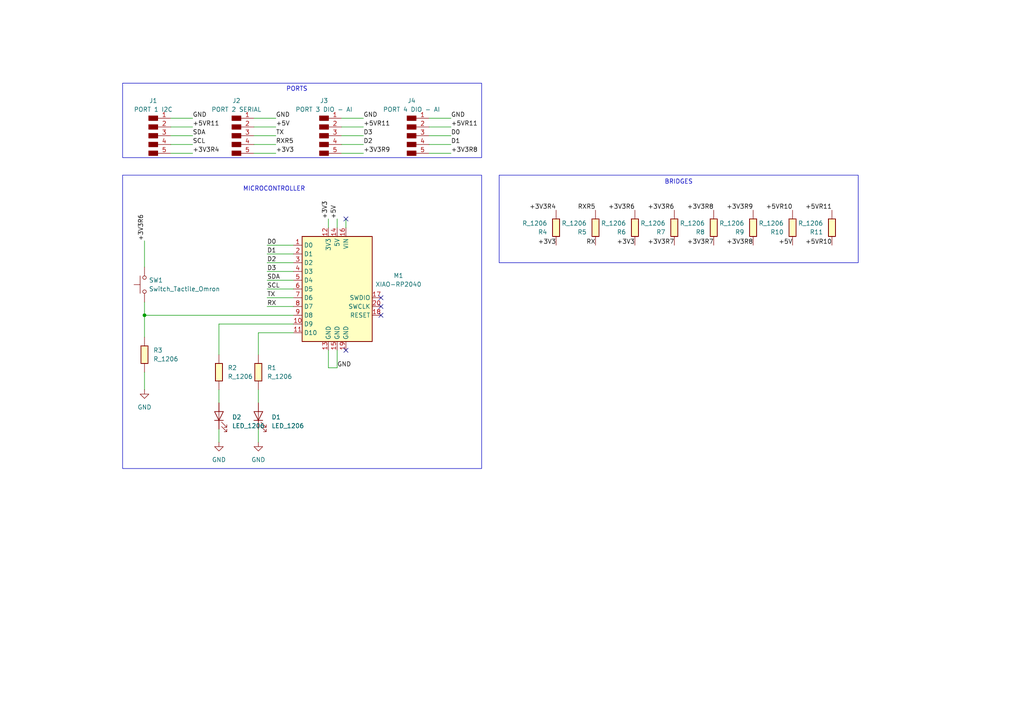
<source format=kicad_sch>
(kicad_sch
	(version 20250114)
	(generator "eeschema")
	(generator_version "9.0")
	(uuid "3e3af5b3-4c57-4ce6-8132-615ca9954dfa")
	(paper "A4")
	(title_block
		(title "RP2040 BOARD")
		(rev "0")
		(company "Andrés Felipe Guarnizo Saavedra - FABLAB_COLOMBIA")
		(comment 1 "Designed by the guidance of Professor Ulysses.")
	)
	(lib_symbols
		(symbol "fab:LED_1206"
			(pin_numbers
				(hide yes)
			)
			(pin_names
				(offset 1.016)
				(hide yes)
			)
			(exclude_from_sim no)
			(in_bom yes)
			(on_board yes)
			(property "Reference" "D"
				(at 0 2.54 0)
				(effects
					(font
						(size 1.27 1.27)
					)
				)
			)
			(property "Value" "LED_1206"
				(at 0 -2.54 0)
				(effects
					(font
						(size 1.27 1.27)
					)
				)
			)
			(property "Footprint" "fab:LED_1206"
				(at 0 0 0)
				(effects
					(font
						(size 1.27 1.27)
					)
					(hide yes)
				)
			)
			(property "Datasheet" "https://optoelectronics.liteon.com/upload/download/DS-22-98-0002/LTST-C150CKT.pdf"
				(at 0 0 0)
				(effects
					(font
						(size 1.27 1.27)
					)
					(hide yes)
				)
			)
			(property "Description" "Light emitting diode, Lite-On Inc. LTST, SMD"
				(at 0 0 0)
				(effects
					(font
						(size 1.27 1.27)
					)
					(hide yes)
				)
			)
			(property "ki_keywords" "LED diode 1206 SML-LX1206IC-TR SML-LX1206GC-TR 5988230107F 150120BS75000 QBLP650-IW HIR11-21C/L11/TR8"
				(at 0 0 0)
				(effects
					(font
						(size 1.27 1.27)
					)
					(hide yes)
				)
			)
			(property "ki_fp_filters" "*LED*1206*"
				(at 0 0 0)
				(effects
					(font
						(size 1.27 1.27)
					)
					(hide yes)
				)
			)
			(symbol "LED_1206_0_1"
				(polyline
					(pts
						(xy -3.048 -0.762) (xy -4.572 -2.286) (xy -3.81 -2.286) (xy -4.572 -2.286) (xy -4.572 -1.524)
					)
					(stroke
						(width 0)
						(type default)
					)
					(fill
						(type none)
					)
				)
				(polyline
					(pts
						(xy -1.778 -0.762) (xy -3.302 -2.286) (xy -2.54 -2.286) (xy -3.302 -2.286) (xy -3.302 -1.524)
					)
					(stroke
						(width 0)
						(type default)
					)
					(fill
						(type none)
					)
				)
				(polyline
					(pts
						(xy -1.27 0) (xy 1.27 0)
					)
					(stroke
						(width 0)
						(type default)
					)
					(fill
						(type none)
					)
				)
				(polyline
					(pts
						(xy -1.27 -1.27) (xy -1.27 1.27)
					)
					(stroke
						(width 0.2032)
						(type default)
					)
					(fill
						(type none)
					)
				)
				(polyline
					(pts
						(xy 1.27 -1.27) (xy 1.27 1.27) (xy -1.27 0) (xy 1.27 -1.27)
					)
					(stroke
						(width 0.2032)
						(type default)
					)
					(fill
						(type none)
					)
				)
			)
			(symbol "LED_1206_1_1"
				(pin passive line
					(at -3.81 0 0)
					(length 2.54)
					(name "K"
						(effects
							(font
								(size 1.27 1.27)
							)
						)
					)
					(number "1"
						(effects
							(font
								(size 1.27 1.27)
							)
						)
					)
				)
				(pin passive line
					(at 3.81 0 180)
					(length 2.54)
					(name "A"
						(effects
							(font
								(size 1.27 1.27)
							)
						)
					)
					(number "2"
						(effects
							(font
								(size 1.27 1.27)
							)
						)
					)
				)
			)
			(embedded_fonts no)
		)
		(symbol "fab:Module_XIAO-RP2040"
			(exclude_from_sim no)
			(in_bom yes)
			(on_board yes)
			(property "Reference" "M"
				(at -10.16 16.51 0)
				(effects
					(font
						(size 1.27 1.27)
					)
					(justify left)
				)
			)
			(property "Value" "Module_XIAO-RP2040"
				(at 3.81 16.51 0)
				(effects
					(font
						(size 1.27 1.27)
					)
					(justify left)
				)
			)
			(property "Footprint" "fab:SeeedStudio_XIAO_RP2040"
				(at 0 0 0)
				(effects
					(font
						(size 1.27 1.27)
					)
					(hide yes)
				)
			)
			(property "Datasheet" "https://wiki.seeedstudio.com/XIAO-RP2040/"
				(at 0 0 0)
				(effects
					(font
						(size 1.27 1.27)
					)
					(hide yes)
				)
			)
			(property "Description" "RP2040 XIAO RP2040 - ARM® Cortex®-M0+ MCU 32-Bit Embedded Evaluation Board"
				(at 0 0 0)
				(effects
					(font
						(size 1.27 1.27)
					)
					(hide yes)
				)
			)
			(property "ki_keywords" "XIAO RP2040 102010428"
				(at 0 0 0)
				(effects
					(font
						(size 1.27 1.27)
					)
					(hide yes)
				)
			)
			(property "ki_fp_filters" "*SeeedStudio?XIAO?RP2040*"
				(at 0 0 0)
				(effects
					(font
						(size 1.27 1.27)
					)
					(hide yes)
				)
			)
			(symbol "Module_XIAO-RP2040_1_1"
				(rectangle
					(start -10.16 15.24)
					(end 10.16 -15.24)
					(stroke
						(width 0.254)
						(type default)
					)
					(fill
						(type background)
					)
				)
				(pin bidirectional line
					(at -12.7 12.7 0)
					(length 2.54)
					(name "D0"
						(effects
							(font
								(size 1.27 1.27)
							)
						)
					)
					(number "1"
						(effects
							(font
								(size 1.27 1.27)
							)
						)
					)
				)
				(pin bidirectional line
					(at -12.7 10.16 0)
					(length 2.54)
					(name "D1"
						(effects
							(font
								(size 1.27 1.27)
							)
						)
					)
					(number "2"
						(effects
							(font
								(size 1.27 1.27)
							)
						)
					)
				)
				(pin bidirectional line
					(at -12.7 7.62 0)
					(length 2.54)
					(name "D2"
						(effects
							(font
								(size 1.27 1.27)
							)
						)
					)
					(number "3"
						(effects
							(font
								(size 1.27 1.27)
							)
						)
					)
				)
				(pin bidirectional line
					(at -12.7 5.08 0)
					(length 2.54)
					(name "D3"
						(effects
							(font
								(size 1.27 1.27)
							)
						)
					)
					(number "4"
						(effects
							(font
								(size 1.27 1.27)
							)
						)
					)
				)
				(pin bidirectional line
					(at -12.7 2.54 0)
					(length 2.54)
					(name "D4"
						(effects
							(font
								(size 1.27 1.27)
							)
						)
					)
					(number "5"
						(effects
							(font
								(size 1.27 1.27)
							)
						)
					)
				)
				(pin bidirectional line
					(at -12.7 0 0)
					(length 2.54)
					(name "D5"
						(effects
							(font
								(size 1.27 1.27)
							)
						)
					)
					(number "6"
						(effects
							(font
								(size 1.27 1.27)
							)
						)
					)
				)
				(pin bidirectional line
					(at -12.7 -2.54 0)
					(length 2.54)
					(name "D6"
						(effects
							(font
								(size 1.27 1.27)
							)
						)
					)
					(number "7"
						(effects
							(font
								(size 1.27 1.27)
							)
						)
					)
				)
				(pin bidirectional line
					(at -12.7 -5.08 0)
					(length 2.54)
					(name "D7"
						(effects
							(font
								(size 1.27 1.27)
							)
						)
					)
					(number "8"
						(effects
							(font
								(size 1.27 1.27)
							)
						)
					)
				)
				(pin bidirectional line
					(at -12.7 -7.62 0)
					(length 2.54)
					(name "D8"
						(effects
							(font
								(size 1.27 1.27)
							)
						)
					)
					(number "9"
						(effects
							(font
								(size 1.27 1.27)
							)
						)
					)
				)
				(pin bidirectional line
					(at -12.7 -10.16 0)
					(length 2.54)
					(name "D9"
						(effects
							(font
								(size 1.27 1.27)
							)
						)
					)
					(number "10"
						(effects
							(font
								(size 1.27 1.27)
							)
						)
					)
				)
				(pin bidirectional line
					(at -12.7 -12.7 0)
					(length 2.54)
					(name "D10"
						(effects
							(font
								(size 1.27 1.27)
							)
						)
					)
					(number "11"
						(effects
							(font
								(size 1.27 1.27)
							)
						)
					)
				)
				(pin power_in line
					(at -2.54 17.78 270)
					(length 2.54)
					(name "3V3"
						(effects
							(font
								(size 1.27 1.27)
							)
						)
					)
					(number "12"
						(effects
							(font
								(size 1.27 1.27)
							)
						)
					)
				)
				(pin power_in line
					(at -2.54 -17.78 90)
					(length 2.54)
					(name "GND"
						(effects
							(font
								(size 1.27 1.27)
							)
						)
					)
					(number "13"
						(effects
							(font
								(size 1.27 1.27)
							)
						)
					)
				)
				(pin power_in line
					(at 0 17.78 270)
					(length 2.54)
					(name "5V"
						(effects
							(font
								(size 1.27 1.27)
							)
						)
					)
					(number "14"
						(effects
							(font
								(size 1.27 1.27)
							)
						)
					)
				)
				(pin power_in line
					(at 0 -17.78 90)
					(length 2.54)
					(name "GND"
						(effects
							(font
								(size 1.27 1.27)
							)
						)
					)
					(number "15"
						(effects
							(font
								(size 1.27 1.27)
							)
						)
					)
				)
				(pin power_in line
					(at 2.54 17.78 270)
					(length 2.54)
					(name "VIN"
						(effects
							(font
								(size 1.27 1.27)
							)
						)
					)
					(number "16"
						(effects
							(font
								(size 1.27 1.27)
							)
						)
					)
				)
				(pin power_in line
					(at 2.54 -17.78 90)
					(length 2.54)
					(name "GND"
						(effects
							(font
								(size 1.27 1.27)
							)
						)
					)
					(number "19"
						(effects
							(font
								(size 1.27 1.27)
							)
						)
					)
				)
				(pin bidirectional line
					(at 12.7 -2.54 180)
					(length 2.54)
					(name "SWDIO"
						(effects
							(font
								(size 1.27 1.27)
							)
						)
					)
					(number "17"
						(effects
							(font
								(size 1.27 1.27)
							)
						)
					)
				)
				(pin input line
					(at 12.7 -5.08 180)
					(length 2.54)
					(name "SWCLK"
						(effects
							(font
								(size 1.27 1.27)
							)
						)
					)
					(number "20"
						(effects
							(font
								(size 1.27 1.27)
							)
						)
					)
				)
				(pin input line
					(at 12.7 -7.62 180)
					(length 2.54)
					(name "RESET"
						(effects
							(font
								(size 1.27 1.27)
							)
						)
					)
					(number "18"
						(effects
							(font
								(size 1.27 1.27)
							)
						)
					)
				)
			)
			(embedded_fonts no)
		)
		(symbol "fab:PinHeader_01x05_P2.54mm_Horizontal_SMD"
			(pin_names
				(hide yes)
			)
			(exclude_from_sim no)
			(in_bom yes)
			(on_board yes)
			(property "Reference" "J"
				(at 0 7.62 0)
				(effects
					(font
						(size 1.27 1.27)
					)
				)
			)
			(property "Value" "PinHeader_01x05_P2.54mm_Horizontal_SMD"
				(at 0 -7.62 0)
				(effects
					(font
						(size 1.27 1.27)
					)
				)
			)
			(property "Footprint" "fab:PinHeader_01x05_P2.54mm_Horizontal_SMD"
				(at 0 0 0)
				(effects
					(font
						(size 1.27 1.27)
					)
					(hide yes)
				)
			)
			(property "Datasheet" "~"
				(at 0 0 0)
				(effects
					(font
						(size 1.27 1.27)
					)
					(hide yes)
				)
			)
			(property "Description" "Male connector, single row"
				(at 0 0 0)
				(effects
					(font
						(size 1.27 1.27)
					)
					(hide yes)
				)
			)
			(property "ki_keywords" "single row male connector"
				(at 0 0 0)
				(effects
					(font
						(size 1.27 1.27)
					)
					(hide yes)
				)
			)
			(property "ki_fp_filters" "*PinHeader*1x05*"
				(at 0 0 0)
				(effects
					(font
						(size 1.27 1.27)
					)
					(hide yes)
				)
			)
			(symbol "PinHeader_01x05_P2.54mm_Horizontal_SMD_1_1"
				(rectangle
					(start -1.27 5.715)
					(end 1.27 4.445)
					(stroke
						(width 0.254)
						(type default)
					)
					(fill
						(type outline)
					)
				)
				(rectangle
					(start -1.27 3.175)
					(end 1.27 1.905)
					(stroke
						(width 0.254)
						(type default)
					)
					(fill
						(type outline)
					)
				)
				(rectangle
					(start -1.27 0.635)
					(end 1.27 -0.635)
					(stroke
						(width 0.254)
						(type default)
					)
					(fill
						(type outline)
					)
				)
				(rectangle
					(start -1.27 -1.905)
					(end 1.27 -3.175)
					(stroke
						(width 0.254)
						(type default)
					)
					(fill
						(type outline)
					)
				)
				(rectangle
					(start -1.27 -4.445)
					(end 1.27 -5.715)
					(stroke
						(width 0.254)
						(type default)
					)
					(fill
						(type outline)
					)
				)
				(pin passive line
					(at 5.08 5.08 180)
					(length 3.81)
					(name "Pin_1"
						(effects
							(font
								(size 1.27 1.27)
							)
						)
					)
					(number "1"
						(effects
							(font
								(size 1.27 1.27)
							)
						)
					)
				)
				(pin passive line
					(at 5.08 2.54 180)
					(length 3.81)
					(name "Pin_2"
						(effects
							(font
								(size 1.27 1.27)
							)
						)
					)
					(number "2"
						(effects
							(font
								(size 1.27 1.27)
							)
						)
					)
				)
				(pin passive line
					(at 5.08 0 180)
					(length 3.81)
					(name "Pin_3"
						(effects
							(font
								(size 1.27 1.27)
							)
						)
					)
					(number "3"
						(effects
							(font
								(size 1.27 1.27)
							)
						)
					)
				)
				(pin passive line
					(at 5.08 -2.54 180)
					(length 3.81)
					(name "Pin_4"
						(effects
							(font
								(size 1.27 1.27)
							)
						)
					)
					(number "4"
						(effects
							(font
								(size 1.27 1.27)
							)
						)
					)
				)
				(pin passive line
					(at 5.08 -5.08 180)
					(length 3.81)
					(name "Pin_5"
						(effects
							(font
								(size 1.27 1.27)
							)
						)
					)
					(number "5"
						(effects
							(font
								(size 1.27 1.27)
							)
						)
					)
				)
			)
			(embedded_fonts no)
		)
		(symbol "fab:R_1206"
			(pin_numbers
				(hide yes)
			)
			(pin_names
				(offset 0)
			)
			(exclude_from_sim no)
			(in_bom yes)
			(on_board yes)
			(property "Reference" "R"
				(at 2.54 0 90)
				(effects
					(font
						(size 1.27 1.27)
					)
				)
			)
			(property "Value" "R_1206"
				(at -2.54 0 90)
				(effects
					(font
						(size 1.27 1.27)
					)
				)
			)
			(property "Footprint" "fab:R_1206"
				(at 0 0 90)
				(effects
					(font
						(size 1.27 1.27)
					)
					(hide yes)
				)
			)
			(property "Datasheet" "~"
				(at 0 0 0)
				(effects
					(font
						(size 1.27 1.27)
					)
					(hide yes)
				)
			)
			(property "Description" "Resistor"
				(at 0 0 0)
				(effects
					(font
						(size 1.27 1.27)
					)
					(hide yes)
				)
			)
			(property "ki_keywords" "R res resistor RC1206FR-074M99L RC1206FR-07499KL RC1206FR-0749K9L RC1206FR-0749R9L RC1206FR-074R99L ERJ-8BWJR100V RC1206FR-070RL RC1206FR-071RL RC1206FR-0710RL RC1206FR-07100RL RC1206FR-07499RL RC1206FR-071KL RC1206FR-074K99L RC1206FR-0710KL RC1206FR-07100KL RC1206FR-071ML RC1206FR-0710ML PT1206FR-070R1L"
				(at 0 0 0)
				(effects
					(font
						(size 1.27 1.27)
					)
					(hide yes)
				)
			)
			(property "ki_fp_filters" "*R*1206*"
				(at 0 0 0)
				(effects
					(font
						(size 1.27 1.27)
					)
					(hide yes)
				)
			)
			(symbol "R_1206_0_1"
				(rectangle
					(start -1.016 -2.54)
					(end 1.016 2.54)
					(stroke
						(width 0.254)
						(type default)
					)
					(fill
						(type background)
					)
				)
			)
			(symbol "R_1206_1_1"
				(pin passive line
					(at 0 5.08 270)
					(length 2.54)
					(name "~"
						(effects
							(font
								(size 1.27 1.27)
							)
						)
					)
					(number "1"
						(effects
							(font
								(size 1.27 1.27)
							)
						)
					)
				)
				(pin passive line
					(at 0 -5.08 90)
					(length 2.54)
					(name "~"
						(effects
							(font
								(size 1.27 1.27)
							)
						)
					)
					(number "2"
						(effects
							(font
								(size 1.27 1.27)
							)
						)
					)
				)
			)
			(embedded_fonts no)
		)
		(symbol "fab:Switch_Tactile_Omron"
			(pin_numbers
				(hide yes)
			)
			(pin_names
				(offset 1.016)
				(hide yes)
			)
			(exclude_from_sim no)
			(in_bom yes)
			(on_board yes)
			(property "Reference" "SW"
				(at 1.27 2.54 0)
				(effects
					(font
						(size 1.27 1.27)
					)
					(justify left)
				)
			)
			(property "Value" "Switch_Tactile_Omron"
				(at 0 -1.524 0)
				(effects
					(font
						(size 1.27 1.27)
					)
				)
			)
			(property "Footprint" "fab:Button_Omron_B3SN_6.0x6.0mm"
				(at 0 0 0)
				(effects
					(font
						(size 1.27 1.27)
					)
					(hide yes)
				)
			)
			(property "Datasheet" "https://omronfs.omron.com/en_US/ecb/products/pdf/en-b3sn.pdf"
				(at 0 0 0)
				(effects
					(font
						(size 1.27 1.27)
					)
					(hide yes)
				)
			)
			(property "Description" "Push button switch, Omron, B3SN, Sealed Tactile Switch (SMT), SPST-NO Top Actuated Surface Mount"
				(at 0 0 0)
				(effects
					(font
						(size 1.27 1.27)
					)
					(hide yes)
				)
			)
			(property "ki_keywords" "switch normally-open pushbutton push-button button tactile spst single pole single throw B3SN-3112P"
				(at 0 0 0)
				(effects
					(font
						(size 1.27 1.27)
					)
					(hide yes)
				)
			)
			(property "ki_fp_filters" "*Button*"
				(at 0 0 0)
				(effects
					(font
						(size 1.27 1.27)
					)
					(hide yes)
				)
			)
			(symbol "Switch_Tactile_Omron_0_1"
				(circle
					(center -2.032 0)
					(radius 0.508)
					(stroke
						(width 0)
						(type default)
					)
					(fill
						(type none)
					)
				)
				(polyline
					(pts
						(xy 0 1.27) (xy 0 3.048)
					)
					(stroke
						(width 0)
						(type default)
					)
					(fill
						(type none)
					)
				)
				(circle
					(center 2.032 0)
					(radius 0.508)
					(stroke
						(width 0)
						(type default)
					)
					(fill
						(type none)
					)
				)
				(polyline
					(pts
						(xy 2.54 1.27) (xy -2.54 1.27)
					)
					(stroke
						(width 0)
						(type default)
					)
					(fill
						(type none)
					)
				)
				(pin passive line
					(at -5.08 0 0)
					(length 2.54)
					(name "1"
						(effects
							(font
								(size 1.27 1.27)
							)
						)
					)
					(number "1"
						(effects
							(font
								(size 1.27 1.27)
							)
						)
					)
				)
				(pin passive line
					(at 5.08 0 180)
					(length 2.54)
					(name "2"
						(effects
							(font
								(size 1.27 1.27)
							)
						)
					)
					(number "2"
						(effects
							(font
								(size 1.27 1.27)
							)
						)
					)
				)
			)
			(embedded_fonts no)
		)
		(symbol "power:GND"
			(power)
			(pin_numbers
				(hide yes)
			)
			(pin_names
				(offset 0)
				(hide yes)
			)
			(exclude_from_sim no)
			(in_bom yes)
			(on_board yes)
			(property "Reference" "#PWR"
				(at 0 -6.35 0)
				(effects
					(font
						(size 1.27 1.27)
					)
					(hide yes)
				)
			)
			(property "Value" "GND"
				(at 0 -3.81 0)
				(effects
					(font
						(size 1.27 1.27)
					)
				)
			)
			(property "Footprint" ""
				(at 0 0 0)
				(effects
					(font
						(size 1.27 1.27)
					)
					(hide yes)
				)
			)
			(property "Datasheet" ""
				(at 0 0 0)
				(effects
					(font
						(size 1.27 1.27)
					)
					(hide yes)
				)
			)
			(property "Description" "Power symbol creates a global label with name \"GND\" , ground"
				(at 0 0 0)
				(effects
					(font
						(size 1.27 1.27)
					)
					(hide yes)
				)
			)
			(property "ki_keywords" "global power"
				(at 0 0 0)
				(effects
					(font
						(size 1.27 1.27)
					)
					(hide yes)
				)
			)
			(symbol "GND_0_1"
				(polyline
					(pts
						(xy 0 0) (xy 0 -1.27) (xy 1.27 -1.27) (xy 0 -2.54) (xy -1.27 -1.27) (xy 0 -1.27)
					)
					(stroke
						(width 0)
						(type default)
					)
					(fill
						(type none)
					)
				)
			)
			(symbol "GND_1_1"
				(pin power_in line
					(at 0 0 270)
					(length 0)
					(name "~"
						(effects
							(font
								(size 1.27 1.27)
							)
						)
					)
					(number "1"
						(effects
							(font
								(size 1.27 1.27)
							)
						)
					)
				)
			)
			(embedded_fonts no)
		)
	)
	(rectangle
		(start 35.56 50.8)
		(end 139.7 135.89)
		(stroke
			(width 0)
			(type default)
		)
		(fill
			(type none)
		)
		(uuid 2f39b38f-120e-4172-bce6-ca709b96e277)
	)
	(rectangle
		(start 35.56 24.13)
		(end 139.7 45.72)
		(stroke
			(width 0)
			(type default)
		)
		(fill
			(type none)
		)
		(uuid 2fd8c664-89b6-4ab6-b0ab-f7b054da27e0)
	)
	(rectangle
		(start 144.78 50.8)
		(end 248.92 76.2)
		(stroke
			(width 0)
			(type default)
		)
		(fill
			(type none)
		)
		(uuid eb4a7f43-82d2-46bd-bfcd-16c5b03c2c70)
	)
	(text "MICROCONTROLLER\n"
		(exclude_from_sim no)
		(at 79.502 54.864 0)
		(effects
			(font
				(size 1.27 1.27)
			)
		)
		(uuid "0314ff61-189e-402c-aed6-b2920feb981c")
	)
	(text "BRIDGES"
		(exclude_from_sim no)
		(at 196.85 52.832 0)
		(effects
			(font
				(size 1.27 1.27)
			)
		)
		(uuid "140b60a5-d5e4-4c10-aaa5-e4505541763f")
	)
	(text "\nPORTS"
		(exclude_from_sim no)
		(at 86.106 24.892 0)
		(effects
			(font
				(size 1.27 1.27)
			)
		)
		(uuid "815a7c09-5372-4a06-b69a-844a856de6d8")
	)
	(junction
		(at 41.91 91.44)
		(diameter 0)
		(color 0 0 0 0)
		(uuid "6e0b39ec-9316-47c0-8c98-f4d65b2af7c3")
	)
	(no_connect
		(at 110.49 86.36)
		(uuid "5549ee27-50b6-4098-b17e-5a2a013563f6")
	)
	(no_connect
		(at 110.49 91.44)
		(uuid "62df394a-0118-4346-ba08-fd0c69c44a2d")
	)
	(no_connect
		(at 100.33 101.6)
		(uuid "773a24be-6958-40ce-a4d2-036f88090c9b")
	)
	(no_connect
		(at 110.49 88.9)
		(uuid "92b25638-1e79-48a3-8e72-2004efec63fc")
	)
	(no_connect
		(at 100.33 63.5)
		(uuid "ebe4640b-e9c2-47aa-bea4-93d72751cbc6")
	)
	(wire
		(pts
			(xy 77.47 81.28) (xy 85.09 81.28)
		)
		(stroke
			(width 0)
			(type default)
		)
		(uuid "0285cd29-bef2-4e67-b5b4-d8487c8214c6")
	)
	(wire
		(pts
			(xy 99.06 41.91) (xy 105.41 41.91)
		)
		(stroke
			(width 0)
			(type default)
		)
		(uuid "03e30ac0-c9cf-43d8-bd6a-ecec375e7717")
	)
	(wire
		(pts
			(xy 77.47 78.74) (xy 85.09 78.74)
		)
		(stroke
			(width 0)
			(type default)
		)
		(uuid "0c5171ec-1d99-46b3-9661-7fdb5e63e7e8")
	)
	(wire
		(pts
			(xy 49.53 44.45) (xy 55.88 44.45)
		)
		(stroke
			(width 0)
			(type default)
		)
		(uuid "0f7c2b3c-8549-473e-9991-fce6044f9457")
	)
	(wire
		(pts
			(xy 77.47 76.2) (xy 85.09 76.2)
		)
		(stroke
			(width 0)
			(type default)
		)
		(uuid "10ef5d7b-be16-4fbe-8be6-e945492020ea")
	)
	(wire
		(pts
			(xy 85.09 96.52) (xy 74.93 96.52)
		)
		(stroke
			(width 0)
			(type default)
		)
		(uuid "17714023-4497-4f77-a2b6-ce6d86b7f19a")
	)
	(wire
		(pts
			(xy 124.46 36.83) (xy 130.81 36.83)
		)
		(stroke
			(width 0)
			(type default)
		)
		(uuid "1a97d76d-43c4-4fbd-bd3c-38ffb8288c19")
	)
	(wire
		(pts
			(xy 99.06 34.29) (xy 105.41 34.29)
		)
		(stroke
			(width 0)
			(type default)
		)
		(uuid "1e374916-2dd1-4984-adb8-8eec640465b1")
	)
	(wire
		(pts
			(xy 95.25 101.6) (xy 95.25 106.68)
		)
		(stroke
			(width 0)
			(type default)
		)
		(uuid "2de414b5-a09d-4d0c-8716-7f2b3d4c6899")
	)
	(wire
		(pts
			(xy 85.09 93.98) (xy 63.5 93.98)
		)
		(stroke
			(width 0)
			(type default)
		)
		(uuid "304fc04c-bf5c-4a15-a51a-bfe91e1683fb")
	)
	(wire
		(pts
			(xy 95.25 106.68) (xy 97.79 106.68)
		)
		(stroke
			(width 0)
			(type default)
		)
		(uuid "36cf16b0-325b-450e-a9ab-fcacdf7d2b73")
	)
	(wire
		(pts
			(xy 49.53 36.83) (xy 55.88 36.83)
		)
		(stroke
			(width 0)
			(type default)
		)
		(uuid "383b3146-818b-4dda-bd5b-2b7a87e7b572")
	)
	(wire
		(pts
			(xy 41.91 91.44) (xy 85.09 91.44)
		)
		(stroke
			(width 0)
			(type default)
		)
		(uuid "3ec59e76-1a68-4b6e-b15a-c835f63a5c14")
	)
	(wire
		(pts
			(xy 73.66 39.37) (xy 80.01 39.37)
		)
		(stroke
			(width 0)
			(type default)
		)
		(uuid "3fd18de5-0cf2-4add-b117-040a5aa05ca3")
	)
	(wire
		(pts
			(xy 74.93 124.46) (xy 74.93 128.27)
		)
		(stroke
			(width 0)
			(type default)
		)
		(uuid "4ba8b9c0-249c-41c2-bd02-a0349cab495d")
	)
	(wire
		(pts
			(xy 41.91 91.44) (xy 41.91 97.79)
		)
		(stroke
			(width 0)
			(type default)
		)
		(uuid "53621fa5-4d8d-4c64-b4ce-cfeafbea1fb0")
	)
	(wire
		(pts
			(xy 124.46 41.91) (xy 130.81 41.91)
		)
		(stroke
			(width 0)
			(type default)
		)
		(uuid "5c3e6f31-1459-4192-9191-d98d39e9fdea")
	)
	(wire
		(pts
			(xy 124.46 39.37) (xy 130.81 39.37)
		)
		(stroke
			(width 0)
			(type default)
		)
		(uuid "5ef41f22-dc6f-4f67-83d8-cd5fe985b7be")
	)
	(wire
		(pts
			(xy 41.91 107.95) (xy 41.91 113.03)
		)
		(stroke
			(width 0)
			(type default)
		)
		(uuid "6602dc2e-a0ae-4470-a455-c8f34defdfb9")
	)
	(wire
		(pts
			(xy 77.47 71.12) (xy 85.09 71.12)
		)
		(stroke
			(width 0)
			(type default)
		)
		(uuid "68e19e95-059f-422f-aa14-8bbe9251a588")
	)
	(wire
		(pts
			(xy 49.53 34.29) (xy 55.88 34.29)
		)
		(stroke
			(width 0)
			(type default)
		)
		(uuid "6e574f77-ea78-4227-ac83-94d02974d458")
	)
	(wire
		(pts
			(xy 41.91 69.85) (xy 41.91 77.47)
		)
		(stroke
			(width 0)
			(type default)
		)
		(uuid "72b46250-cd0d-4720-94f5-36e0296d541a")
	)
	(wire
		(pts
			(xy 77.47 86.36) (xy 85.09 86.36)
		)
		(stroke
			(width 0)
			(type default)
		)
		(uuid "7576c38f-e19f-44c2-90aa-0c59c6bd56ac")
	)
	(wire
		(pts
			(xy 99.06 36.83) (xy 105.41 36.83)
		)
		(stroke
			(width 0)
			(type default)
		)
		(uuid "7beca93c-27a4-4386-b567-c3b8ec9f5978")
	)
	(wire
		(pts
			(xy 97.79 63.5) (xy 97.79 66.04)
		)
		(stroke
			(width 0)
			(type default)
		)
		(uuid "7d9ddefc-e916-4b91-b932-0a870f06702e")
	)
	(wire
		(pts
			(xy 63.5 124.46) (xy 63.5 128.27)
		)
		(stroke
			(width 0)
			(type default)
		)
		(uuid "873ced31-9b08-492f-a047-db280e34a799")
	)
	(wire
		(pts
			(xy 49.53 39.37) (xy 55.88 39.37)
		)
		(stroke
			(width 0)
			(type default)
		)
		(uuid "8b1f7868-9e35-44d7-9444-ce27789f07fa")
	)
	(wire
		(pts
			(xy 73.66 44.45) (xy 80.01 44.45)
		)
		(stroke
			(width 0)
			(type default)
		)
		(uuid "922a8b3e-3e49-4292-9c28-abb53a853f99")
	)
	(wire
		(pts
			(xy 97.79 101.6) (xy 97.79 106.68)
		)
		(stroke
			(width 0)
			(type default)
		)
		(uuid "94d362e9-4606-41ff-95f0-0d86e6e8a605")
	)
	(wire
		(pts
			(xy 73.66 34.29) (xy 80.01 34.29)
		)
		(stroke
			(width 0)
			(type default)
		)
		(uuid "984c630f-1910-4c1e-ba21-ef3c456da7c0")
	)
	(wire
		(pts
			(xy 49.53 41.91) (xy 55.88 41.91)
		)
		(stroke
			(width 0)
			(type default)
		)
		(uuid "9cdae6f3-4768-4683-bd4a-0809c541430a")
	)
	(wire
		(pts
			(xy 73.66 41.91) (xy 80.01 41.91)
		)
		(stroke
			(width 0)
			(type default)
		)
		(uuid "a1d08146-0c85-42c9-a3ee-76a6bb8764b9")
	)
	(wire
		(pts
			(xy 77.47 83.82) (xy 85.09 83.82)
		)
		(stroke
			(width 0)
			(type default)
		)
		(uuid "a749a686-6b65-47ad-9165-981238860e41")
	)
	(wire
		(pts
			(xy 74.93 113.03) (xy 74.93 116.84)
		)
		(stroke
			(width 0)
			(type default)
		)
		(uuid "a7c25cad-6152-4e53-9500-6882253eee25")
	)
	(wire
		(pts
			(xy 77.47 88.9) (xy 85.09 88.9)
		)
		(stroke
			(width 0)
			(type default)
		)
		(uuid "ab9da34f-6469-45d8-b38c-83eef9cfdae4")
	)
	(wire
		(pts
			(xy 95.25 63.5) (xy 95.25 66.04)
		)
		(stroke
			(width 0)
			(type default)
		)
		(uuid "aef62ca9-9e08-4bb2-b435-15474b5305b5")
	)
	(wire
		(pts
			(xy 100.33 63.5) (xy 100.33 66.04)
		)
		(stroke
			(width 0)
			(type default)
		)
		(uuid "cbecff9b-668b-4dbe-aab9-6a74f5734cc5")
	)
	(wire
		(pts
			(xy 63.5 113.03) (xy 63.5 116.84)
		)
		(stroke
			(width 0)
			(type default)
		)
		(uuid "cfcbdf7e-a2fd-4867-ab4c-c21805fac390")
	)
	(wire
		(pts
			(xy 77.47 73.66) (xy 85.09 73.66)
		)
		(stroke
			(width 0)
			(type default)
		)
		(uuid "d62aa5f0-7f10-4a24-a239-3d2deb38ef70")
	)
	(wire
		(pts
			(xy 73.66 36.83) (xy 80.01 36.83)
		)
		(stroke
			(width 0)
			(type default)
		)
		(uuid "dae6b518-8865-48b9-91ac-4bb470287503")
	)
	(wire
		(pts
			(xy 124.46 44.45) (xy 130.81 44.45)
		)
		(stroke
			(width 0)
			(type default)
		)
		(uuid "df92040e-f582-425e-bd13-5b72323ae6cc")
	)
	(wire
		(pts
			(xy 99.06 44.45) (xy 105.41 44.45)
		)
		(stroke
			(width 0)
			(type default)
		)
		(uuid "e5caf2f8-81bb-414e-a4e1-351152ea8310")
	)
	(wire
		(pts
			(xy 41.91 87.63) (xy 41.91 91.44)
		)
		(stroke
			(width 0)
			(type default)
		)
		(uuid "eaa25b66-4985-4774-aed6-1aa8e3b2fe60")
	)
	(wire
		(pts
			(xy 63.5 93.98) (xy 63.5 102.87)
		)
		(stroke
			(width 0)
			(type default)
		)
		(uuid "ebd16b46-624a-42f3-b1af-c82aee184b83")
	)
	(wire
		(pts
			(xy 124.46 34.29) (xy 130.81 34.29)
		)
		(stroke
			(width 0)
			(type default)
		)
		(uuid "ec68c7bf-0254-4f6c-a3d4-1489e79783d1")
	)
	(wire
		(pts
			(xy 99.06 39.37) (xy 105.41 39.37)
		)
		(stroke
			(width 0)
			(type default)
		)
		(uuid "f2e05cf4-5743-471d-a123-fb138dc96faf")
	)
	(wire
		(pts
			(xy 74.93 96.52) (xy 74.93 102.87)
		)
		(stroke
			(width 0)
			(type default)
		)
		(uuid "fd312a2d-a4e5-4d23-9453-63d88358e082")
	)
	(label "TX"
		(at 80.01 39.37 0)
		(effects
			(font
				(size 1.27 1.27)
			)
			(justify left bottom)
		)
		(uuid "06a1d8f4-364a-425f-88a5-46eae8556fe5")
	)
	(label "SDA"
		(at 77.47 81.28 0)
		(effects
			(font
				(size 1.27 1.27)
			)
			(justify left bottom)
		)
		(uuid "08848c46-4cc1-40b8-adfe-cbe3b837f96a")
	)
	(label "+3V3"
		(at 80.01 44.45 0)
		(effects
			(font
				(size 1.27 1.27)
			)
			(justify left bottom)
		)
		(uuid "0b792383-acc3-4e57-ab34-1a53d1ae4cd3")
	)
	(label "+3V3R9"
		(at 105.41 44.45 0)
		(effects
			(font
				(size 1.27 1.27)
			)
			(justify left bottom)
		)
		(uuid "11942069-399d-4247-9609-7f013ad4ef28")
	)
	(label "+3V3R7"
		(at 195.58 71.12 180)
		(effects
			(font
				(size 1.27 1.27)
			)
			(justify right bottom)
		)
		(uuid "157f42d9-4b71-4dfd-bda6-5bdbfb2af1b5")
	)
	(label "+5V"
		(at 229.87 71.12 180)
		(effects
			(font
				(size 1.27 1.27)
			)
			(justify right bottom)
		)
		(uuid "2151a8b4-bfc7-42f3-a64e-384281783000")
	)
	(label "+3V3R4"
		(at 161.29 60.96 180)
		(effects
			(font
				(size 1.27 1.27)
			)
			(justify right bottom)
		)
		(uuid "33ab6e7c-dee9-404a-8c5e-86e78a516c83")
	)
	(label "D3"
		(at 105.41 39.37 0)
		(effects
			(font
				(size 1.27 1.27)
			)
			(justify left bottom)
		)
		(uuid "3f5e7226-89b9-413d-bad6-aeacc02fe80f")
	)
	(label "+3V3R9"
		(at 218.44 60.96 180)
		(effects
			(font
				(size 1.27 1.27)
			)
			(justify right bottom)
		)
		(uuid "407e560e-a593-44a8-a76c-6052e13525e5")
	)
	(label "+3V3R6"
		(at 195.58 60.96 180)
		(effects
			(font
				(size 1.27 1.27)
			)
			(justify right bottom)
		)
		(uuid "4177eeb8-6607-443d-9a9c-46f16cebc40b")
	)
	(label "GND"
		(at 97.79 106.68 0)
		(effects
			(font
				(size 1.27 1.27)
			)
			(justify left bottom)
		)
		(uuid "5561ff5a-34f2-4be7-ae99-f9400e4b9a39")
	)
	(label "RX"
		(at 172.72 71.12 180)
		(effects
			(font
				(size 1.27 1.27)
			)
			(justify right bottom)
		)
		(uuid "55a54182-7df6-41a8-b612-638cf77de9f2")
	)
	(label "GND"
		(at 130.81 34.29 0)
		(effects
			(font
				(size 1.27 1.27)
			)
			(justify left bottom)
		)
		(uuid "6475407c-632d-419b-a69d-bd0690640dd6")
	)
	(label "GND"
		(at 105.41 34.29 0)
		(effects
			(font
				(size 1.27 1.27)
			)
			(justify left bottom)
		)
		(uuid "69dea543-d313-4ade-b56e-1a416d84ffb7")
	)
	(label "D1"
		(at 130.81 41.91 0)
		(effects
			(font
				(size 1.27 1.27)
			)
			(justify left bottom)
		)
		(uuid "6b10bd07-6a32-4868-a40a-87f0ed5e79d6")
	)
	(label "D3"
		(at 77.47 78.74 0)
		(effects
			(font
				(size 1.27 1.27)
			)
			(justify left bottom)
		)
		(uuid "6d4367da-08c0-4944-961c-ac7d1bdfc965")
	)
	(label "SCL"
		(at 77.47 83.82 0)
		(effects
			(font
				(size 1.27 1.27)
			)
			(justify left bottom)
		)
		(uuid "6daf0602-ee42-4616-9b5f-df5a8466465a")
	)
	(label "GND"
		(at 55.88 34.29 0)
		(effects
			(font
				(size 1.27 1.27)
			)
			(justify left bottom)
		)
		(uuid "6f8b7ccd-9623-4f2f-8dcb-2b519e7d2b3d")
	)
	(label "D1"
		(at 77.47 73.66 0)
		(effects
			(font
				(size 1.27 1.27)
			)
			(justify left bottom)
		)
		(uuid "76b5713e-d4c0-4b81-aad3-baa9923a2341")
	)
	(label "GND"
		(at 80.01 34.29 0)
		(effects
			(font
				(size 1.27 1.27)
			)
			(justify left bottom)
		)
		(uuid "829c242f-2b19-4c84-aa5f-be18a77d13be")
	)
	(label "SDA"
		(at 55.88 39.37 0)
		(effects
			(font
				(size 1.27 1.27)
			)
			(justify left bottom)
		)
		(uuid "84b63b83-26cb-4896-b01b-37fcd875ab0f")
	)
	(label "+3V3R7"
		(at 207.01 71.12 180)
		(effects
			(font
				(size 1.27 1.27)
			)
			(justify right bottom)
		)
		(uuid "8ce250b1-2043-4a29-a085-c22d96a13b9f")
	)
	(label "+5VR11"
		(at 105.41 36.83 0)
		(effects
			(font
				(size 1.27 1.27)
			)
			(justify left bottom)
		)
		(uuid "8f62b89f-1321-4a6b-b0d6-08573d6f0f4f")
	)
	(label "D2"
		(at 105.41 41.91 0)
		(effects
			(font
				(size 1.27 1.27)
			)
			(justify left bottom)
		)
		(uuid "95c4a217-4059-4b62-a3e2-84ee61b6ac58")
	)
	(label "RXR5"
		(at 172.72 60.96 180)
		(effects
			(font
				(size 1.27 1.27)
			)
			(justify right bottom)
		)
		(uuid "9e2fb2fa-bd57-4494-9412-0a9c68b7b7b9")
	)
	(label "RX"
		(at 77.47 88.9 0)
		(effects
			(font
				(size 1.27 1.27)
			)
			(justify left bottom)
		)
		(uuid "a98f9769-0542-43e3-9155-1bcea11f9537")
	)
	(label "+3V3R8"
		(at 130.81 44.45 0)
		(effects
			(font
				(size 1.27 1.27)
			)
			(justify left bottom)
		)
		(uuid "aa1de989-924b-4b93-a2f5-f1b41805d4bb")
	)
	(label "+3V3R4"
		(at 55.88 44.45 0)
		(effects
			(font
				(size 1.27 1.27)
			)
			(justify left bottom)
		)
		(uuid "aa5310dd-33f3-43c8-899a-72599632f801")
	)
	(label "+5VR10"
		(at 229.87 60.96 180)
		(effects
			(font
				(size 1.27 1.27)
			)
			(justify right bottom)
		)
		(uuid "b1b25d1f-f5c1-491b-b3e5-2d2119230e39")
	)
	(label "RXR5"
		(at 80.01 41.91 0)
		(effects
			(font
				(size 1.27 1.27)
			)
			(justify left bottom)
		)
		(uuid "b5663730-b4a8-4943-813a-ef9ff2849bde")
	)
	(label "TX"
		(at 77.47 86.36 0)
		(effects
			(font
				(size 1.27 1.27)
			)
			(justify left bottom)
		)
		(uuid "b900d38c-cba0-41c1-ac4e-1c6ba3cee671")
	)
	(label "+3V3"
		(at 184.15 71.12 180)
		(effects
			(font
				(size 1.27 1.27)
			)
			(justify right bottom)
		)
		(uuid "bcc90d49-bd1d-44cf-9c86-e1e0be958b8f")
	)
	(label "+3V3"
		(at 161.29 71.12 180)
		(effects
			(font
				(size 1.27 1.27)
			)
			(justify right bottom)
		)
		(uuid "c2405b5e-7f33-4468-818c-100d39fb27a0")
	)
	(label "+5V"
		(at 97.79 63.5 90)
		(effects
			(font
				(size 1.27 1.27)
			)
			(justify left bottom)
		)
		(uuid "c2a42f25-ec70-46ba-8f4f-d39b8ff4cd48")
	)
	(label "+5VR11"
		(at 55.88 36.83 0)
		(effects
			(font
				(size 1.27 1.27)
			)
			(justify left bottom)
		)
		(uuid "c81d02f0-e78a-46ab-bf76-90e50c3ad49b")
	)
	(label "+5VR10"
		(at 241.3 71.12 180)
		(effects
			(font
				(size 1.27 1.27)
			)
			(justify right bottom)
		)
		(uuid "c832bf3f-9d4f-4ec8-bf6e-256625d282e0")
	)
	(label "+3V3R6"
		(at 41.91 69.85 90)
		(effects
			(font
				(size 1.27 1.27)
			)
			(justify left bottom)
		)
		(uuid "cbfdedcd-f04e-445c-b400-094acbd2e3f6")
	)
	(label "D2"
		(at 77.47 76.2 0)
		(effects
			(font
				(size 1.27 1.27)
			)
			(justify left bottom)
		)
		(uuid "d853948d-21c0-44a9-bc33-ebbdbcdd711a")
	)
	(label "D0"
		(at 130.81 39.37 0)
		(effects
			(font
				(size 1.27 1.27)
			)
			(justify left bottom)
		)
		(uuid "dc132fe6-44fb-4a4d-a6cb-0d3ff665b646")
	)
	(label "D0"
		(at 77.47 71.12 0)
		(effects
			(font
				(size 1.27 1.27)
			)
			(justify left bottom)
		)
		(uuid "e2a305b4-bded-4886-9024-1a02fadd2ef2")
	)
	(label "+3V3R8"
		(at 207.01 60.96 180)
		(effects
			(font
				(size 1.27 1.27)
			)
			(justify right bottom)
		)
		(uuid "e63b3ff8-261d-4b89-9497-93d204a87de3")
	)
	(label "+3V3R8"
		(at 218.44 71.12 180)
		(effects
			(font
				(size 1.27 1.27)
			)
			(justify right bottom)
		)
		(uuid "e7a926c5-991a-4c2e-9a74-d0d77370675f")
	)
	(label "+5V"
		(at 80.01 36.83 0)
		(effects
			(font
				(size 1.27 1.27)
			)
			(justify left bottom)
		)
		(uuid "e9fab70f-2997-4422-812c-579f433a9e05")
	)
	(label "+3V3R6"
		(at 184.15 60.96 180)
		(effects
			(font
				(size 1.27 1.27)
			)
			(justify right bottom)
		)
		(uuid "ea5c07ef-e76a-4b52-904f-dd0610048ab3")
	)
	(label "+5VR11"
		(at 130.81 36.83 0)
		(effects
			(font
				(size 1.27 1.27)
			)
			(justify left bottom)
		)
		(uuid "f1cc5f56-002a-4b24-85fa-03ca58053652")
	)
	(label "+5VR11"
		(at 241.3 60.96 180)
		(effects
			(font
				(size 1.27 1.27)
			)
			(justify right bottom)
		)
		(uuid "f3b4da3b-f1da-4cb1-b58f-28264c189d46")
	)
	(label "SCL"
		(at 55.88 41.91 0)
		(effects
			(font
				(size 1.27 1.27)
			)
			(justify left bottom)
		)
		(uuid "f9bfc4c7-f973-46e6-b0f2-ae2eea78f60e")
	)
	(label "+3V3"
		(at 95.25 63.5 90)
		(effects
			(font
				(size 1.27 1.27)
			)
			(justify left bottom)
		)
		(uuid "ffe29626-64f7-476c-90a9-da8d45c893ed")
	)
	(symbol
		(lib_id "fab:R_1206")
		(at 161.29 66.04 0)
		(unit 1)
		(exclude_from_sim no)
		(in_bom yes)
		(on_board yes)
		(dnp no)
		(fields_autoplaced yes)
		(uuid "03a443c2-5eb3-48d2-99f0-5f714d1670d7")
		(property "Reference" "R4"
			(at 158.75 67.3101 0)
			(effects
				(font
					(size 1.27 1.27)
				)
				(justify right)
			)
		)
		(property "Value" "R_1206"
			(at 158.75 64.7701 0)
			(effects
				(font
					(size 1.27 1.27)
				)
				(justify right)
			)
		)
		(property "Footprint" "fab:R_1206"
			(at 161.29 66.04 90)
			(effects
				(font
					(size 1.27 1.27)
				)
				(hide yes)
			)
		)
		(property "Datasheet" "~"
			(at 161.29 66.04 0)
			(effects
				(font
					(size 1.27 1.27)
				)
				(hide yes)
			)
		)
		(property "Description" "Resistor"
			(at 161.29 66.04 0)
			(effects
				(font
					(size 1.27 1.27)
				)
				(hide yes)
			)
		)
		(pin "1"
			(uuid "45b89498-3b30-443d-a03b-fe43a95a4ed7")
		)
		(pin "2"
			(uuid "ae2c562c-3ae1-44a4-a967-6094696013d4")
		)
		(instances
			(project "Fab_RP2040"
				(path "/3e3af5b3-4c57-4ce6-8132-615ca9954dfa"
					(reference "R4")
					(unit 1)
				)
			)
		)
	)
	(symbol
		(lib_id "power:GND")
		(at 41.91 113.03 0)
		(unit 1)
		(exclude_from_sim no)
		(in_bom yes)
		(on_board yes)
		(dnp no)
		(fields_autoplaced yes)
		(uuid "0ffcb052-b5c7-45c2-8b43-eed94a4f58b1")
		(property "Reference" "#PWR03"
			(at 41.91 119.38 0)
			(effects
				(font
					(size 1.27 1.27)
				)
				(hide yes)
			)
		)
		(property "Value" "GND"
			(at 41.91 118.11 0)
			(effects
				(font
					(size 1.27 1.27)
				)
			)
		)
		(property "Footprint" ""
			(at 41.91 113.03 0)
			(effects
				(font
					(size 1.27 1.27)
				)
				(hide yes)
			)
		)
		(property "Datasheet" ""
			(at 41.91 113.03 0)
			(effects
				(font
					(size 1.27 1.27)
				)
				(hide yes)
			)
		)
		(property "Description" "Power symbol creates a global label with name \"GND\" , ground"
			(at 41.91 113.03 0)
			(effects
				(font
					(size 1.27 1.27)
				)
				(hide yes)
			)
		)
		(pin "1"
			(uuid "dfa46865-da49-4426-8a32-6fb07db8955c")
		)
		(instances
			(project "Fab_RP2040"
				(path "/3e3af5b3-4c57-4ce6-8132-615ca9954dfa"
					(reference "#PWR03")
					(unit 1)
				)
			)
		)
	)
	(symbol
		(lib_id "fab:PinHeader_01x05_P2.54mm_Horizontal_SMD")
		(at 44.45 39.37 0)
		(unit 1)
		(exclude_from_sim no)
		(in_bom yes)
		(on_board yes)
		(dnp no)
		(fields_autoplaced yes)
		(uuid "1992016e-70c0-4bce-8675-9e25d88f149c")
		(property "Reference" "J1"
			(at 44.45 29.21 0)
			(effects
				(font
					(size 1.27 1.27)
				)
			)
		)
		(property "Value" "PORT 1 I2C"
			(at 44.45 31.75 0)
			(effects
				(font
					(size 1.27 1.27)
				)
			)
		)
		(property "Footprint" "fab:PinHeader_01x05_P2.54mm_Horizontal_SMD"
			(at 44.45 39.37 0)
			(effects
				(font
					(size 1.27 1.27)
				)
				(hide yes)
			)
		)
		(property "Datasheet" "~"
			(at 44.45 39.37 0)
			(effects
				(font
					(size 1.27 1.27)
				)
				(hide yes)
			)
		)
		(property "Description" "Male connector, single row"
			(at 44.45 39.37 0)
			(effects
				(font
					(size 1.27 1.27)
				)
				(hide yes)
			)
		)
		(pin "4"
			(uuid "cc18b05e-804f-41fb-b8ec-53f07333073e")
		)
		(pin "3"
			(uuid "f9fade51-6a2e-477c-b3a8-cf07aa3ffac6")
		)
		(pin "2"
			(uuid "1e77a09e-8c16-4719-b811-9e2af6602a21")
		)
		(pin "1"
			(uuid "bc1a0fc5-ad8a-464f-9345-440dd3e28b7a")
		)
		(pin "5"
			(uuid "cabec9ee-0257-471a-b448-9b85dafd026c")
		)
		(instances
			(project ""
				(path "/3e3af5b3-4c57-4ce6-8132-615ca9954dfa"
					(reference "J1")
					(unit 1)
				)
			)
		)
	)
	(symbol
		(lib_id "fab:R_1206")
		(at 207.01 66.04 0)
		(unit 1)
		(exclude_from_sim no)
		(in_bom yes)
		(on_board yes)
		(dnp no)
		(fields_autoplaced yes)
		(uuid "2b85d2de-31ce-477f-b407-1b2d4d2c8356")
		(property "Reference" "R8"
			(at 204.47 67.3101 0)
			(effects
				(font
					(size 1.27 1.27)
				)
				(justify right)
			)
		)
		(property "Value" "R_1206"
			(at 204.47 64.7701 0)
			(effects
				(font
					(size 1.27 1.27)
				)
				(justify right)
			)
		)
		(property "Footprint" "fab:R_1206"
			(at 207.01 66.04 90)
			(effects
				(font
					(size 1.27 1.27)
				)
				(hide yes)
			)
		)
		(property "Datasheet" "~"
			(at 207.01 66.04 0)
			(effects
				(font
					(size 1.27 1.27)
				)
				(hide yes)
			)
		)
		(property "Description" "Resistor"
			(at 207.01 66.04 0)
			(effects
				(font
					(size 1.27 1.27)
				)
				(hide yes)
			)
		)
		(pin "1"
			(uuid "a177b3ab-5c6a-4520-8d72-168224034ccb")
		)
		(pin "2"
			(uuid "1eff0d7e-1220-4d1e-b331-fb8eee1e7e7c")
		)
		(instances
			(project "Fab_RP2040"
				(path "/3e3af5b3-4c57-4ce6-8132-615ca9954dfa"
					(reference "R8")
					(unit 1)
				)
			)
		)
	)
	(symbol
		(lib_id "fab:R_1206")
		(at 184.15 66.04 0)
		(unit 1)
		(exclude_from_sim no)
		(in_bom yes)
		(on_board yes)
		(dnp no)
		(fields_autoplaced yes)
		(uuid "3264f078-fe08-451d-9f38-967e8309390e")
		(property "Reference" "R6"
			(at 181.61 67.3101 0)
			(effects
				(font
					(size 1.27 1.27)
				)
				(justify right)
			)
		)
		(property "Value" "R_1206"
			(at 181.61 64.7701 0)
			(effects
				(font
					(size 1.27 1.27)
				)
				(justify right)
			)
		)
		(property "Footprint" "fab:R_1206"
			(at 184.15 66.04 90)
			(effects
				(font
					(size 1.27 1.27)
				)
				(hide yes)
			)
		)
		(property "Datasheet" "~"
			(at 184.15 66.04 0)
			(effects
				(font
					(size 1.27 1.27)
				)
				(hide yes)
			)
		)
		(property "Description" "Resistor"
			(at 184.15 66.04 0)
			(effects
				(font
					(size 1.27 1.27)
				)
				(hide yes)
			)
		)
		(pin "1"
			(uuid "cdbaea57-65d7-4e77-af84-9811cba86b79")
		)
		(pin "2"
			(uuid "9d82ae4d-6810-44ea-b1cb-ca6febd712e7")
		)
		(instances
			(project "Fab_RP2040"
				(path "/3e3af5b3-4c57-4ce6-8132-615ca9954dfa"
					(reference "R6")
					(unit 1)
				)
			)
		)
	)
	(symbol
		(lib_id "fab:R_1206")
		(at 74.93 107.95 180)
		(unit 1)
		(exclude_from_sim no)
		(in_bom yes)
		(on_board yes)
		(dnp no)
		(fields_autoplaced yes)
		(uuid "47a77b66-79ee-465f-8d5c-6a4a7b253221")
		(property "Reference" "R1"
			(at 77.47 106.6799 0)
			(effects
				(font
					(size 1.27 1.27)
				)
				(justify right)
			)
		)
		(property "Value" "R_1206"
			(at 77.47 109.2199 0)
			(effects
				(font
					(size 1.27 1.27)
				)
				(justify right)
			)
		)
		(property "Footprint" "fab:R_1206"
			(at 74.93 107.95 90)
			(effects
				(font
					(size 1.27 1.27)
				)
				(hide yes)
			)
		)
		(property "Datasheet" "~"
			(at 74.93 107.95 0)
			(effects
				(font
					(size 1.27 1.27)
				)
				(hide yes)
			)
		)
		(property "Description" "Resistor"
			(at 74.93 107.95 0)
			(effects
				(font
					(size 1.27 1.27)
				)
				(hide yes)
			)
		)
		(pin "1"
			(uuid "6e5d4812-38c3-4b1e-9da0-eba80e44c79f")
		)
		(pin "2"
			(uuid "b963ba87-d362-4bb0-bb59-288d6cefaafd")
		)
		(instances
			(project ""
				(path "/3e3af5b3-4c57-4ce6-8132-615ca9954dfa"
					(reference "R1")
					(unit 1)
				)
			)
		)
	)
	(symbol
		(lib_id "fab:R_1206")
		(at 218.44 66.04 0)
		(unit 1)
		(exclude_from_sim no)
		(in_bom yes)
		(on_board yes)
		(dnp no)
		(fields_autoplaced yes)
		(uuid "49da2ba2-63d4-4d9a-8a1a-0478bb9728fb")
		(property "Reference" "R9"
			(at 215.9 67.3101 0)
			(effects
				(font
					(size 1.27 1.27)
				)
				(justify right)
			)
		)
		(property "Value" "R_1206"
			(at 215.9 64.7701 0)
			(effects
				(font
					(size 1.27 1.27)
				)
				(justify right)
			)
		)
		(property "Footprint" "fab:R_1206"
			(at 218.44 66.04 90)
			(effects
				(font
					(size 1.27 1.27)
				)
				(hide yes)
			)
		)
		(property "Datasheet" "~"
			(at 218.44 66.04 0)
			(effects
				(font
					(size 1.27 1.27)
				)
				(hide yes)
			)
		)
		(property "Description" "Resistor"
			(at 218.44 66.04 0)
			(effects
				(font
					(size 1.27 1.27)
				)
				(hide yes)
			)
		)
		(pin "1"
			(uuid "815be2ad-335c-449a-9883-c7b6aba20254")
		)
		(pin "2"
			(uuid "06bc5929-43dd-4671-8e86-6cd326e9559e")
		)
		(instances
			(project "Fab_RP2040"
				(path "/3e3af5b3-4c57-4ce6-8132-615ca9954dfa"
					(reference "R9")
					(unit 1)
				)
			)
		)
	)
	(symbol
		(lib_id "power:GND")
		(at 63.5 128.27 0)
		(unit 1)
		(exclude_from_sim no)
		(in_bom yes)
		(on_board yes)
		(dnp no)
		(fields_autoplaced yes)
		(uuid "4bb816cb-24a4-4fa5-995c-2416aa886355")
		(property "Reference" "#PWR01"
			(at 63.5 134.62 0)
			(effects
				(font
					(size 1.27 1.27)
				)
				(hide yes)
			)
		)
		(property "Value" "GND"
			(at 63.5 133.35 0)
			(effects
				(font
					(size 1.27 1.27)
				)
			)
		)
		(property "Footprint" ""
			(at 63.5 128.27 0)
			(effects
				(font
					(size 1.27 1.27)
				)
				(hide yes)
			)
		)
		(property "Datasheet" ""
			(at 63.5 128.27 0)
			(effects
				(font
					(size 1.27 1.27)
				)
				(hide yes)
			)
		)
		(property "Description" "Power symbol creates a global label with name \"GND\" , ground"
			(at 63.5 128.27 0)
			(effects
				(font
					(size 1.27 1.27)
				)
				(hide yes)
			)
		)
		(pin "1"
			(uuid "685e9746-d3d8-4e44-9279-9ab7f67ae7d3")
		)
		(instances
			(project ""
				(path "/3e3af5b3-4c57-4ce6-8132-615ca9954dfa"
					(reference "#PWR01")
					(unit 1)
				)
			)
		)
	)
	(symbol
		(lib_id "fab:R_1206")
		(at 195.58 66.04 0)
		(unit 1)
		(exclude_from_sim no)
		(in_bom yes)
		(on_board yes)
		(dnp no)
		(fields_autoplaced yes)
		(uuid "4edb3bb5-b22d-45ed-8d08-d0b461ec93fa")
		(property "Reference" "R7"
			(at 193.04 67.3101 0)
			(effects
				(font
					(size 1.27 1.27)
				)
				(justify right)
			)
		)
		(property "Value" "R_1206"
			(at 193.04 64.7701 0)
			(effects
				(font
					(size 1.27 1.27)
				)
				(justify right)
			)
		)
		(property "Footprint" "fab:R_1206"
			(at 195.58 66.04 90)
			(effects
				(font
					(size 1.27 1.27)
				)
				(hide yes)
			)
		)
		(property "Datasheet" "~"
			(at 195.58 66.04 0)
			(effects
				(font
					(size 1.27 1.27)
				)
				(hide yes)
			)
		)
		(property "Description" "Resistor"
			(at 195.58 66.04 0)
			(effects
				(font
					(size 1.27 1.27)
				)
				(hide yes)
			)
		)
		(pin "1"
			(uuid "e8776b76-fe07-44ac-8cbc-34cecd88ed6a")
		)
		(pin "2"
			(uuid "0294f573-b033-4833-ad5b-5b2ada72b80f")
		)
		(instances
			(project "Fab_RP2040"
				(path "/3e3af5b3-4c57-4ce6-8132-615ca9954dfa"
					(reference "R7")
					(unit 1)
				)
			)
		)
	)
	(symbol
		(lib_id "power:GND")
		(at 74.93 128.27 0)
		(unit 1)
		(exclude_from_sim no)
		(in_bom yes)
		(on_board yes)
		(dnp no)
		(fields_autoplaced yes)
		(uuid "70e32459-9967-4a76-b9a0-06be336b1472")
		(property "Reference" "#PWR02"
			(at 74.93 134.62 0)
			(effects
				(font
					(size 1.27 1.27)
				)
				(hide yes)
			)
		)
		(property "Value" "GND"
			(at 74.93 133.35 0)
			(effects
				(font
					(size 1.27 1.27)
				)
			)
		)
		(property "Footprint" ""
			(at 74.93 128.27 0)
			(effects
				(font
					(size 1.27 1.27)
				)
				(hide yes)
			)
		)
		(property "Datasheet" ""
			(at 74.93 128.27 0)
			(effects
				(font
					(size 1.27 1.27)
				)
				(hide yes)
			)
		)
		(property "Description" "Power symbol creates a global label with name \"GND\" , ground"
			(at 74.93 128.27 0)
			(effects
				(font
					(size 1.27 1.27)
				)
				(hide yes)
			)
		)
		(pin "1"
			(uuid "2ef31357-da5d-45c8-baae-bd8bb04a6a2f")
		)
		(instances
			(project "Fab_RP2040"
				(path "/3e3af5b3-4c57-4ce6-8132-615ca9954dfa"
					(reference "#PWR02")
					(unit 1)
				)
			)
		)
	)
	(symbol
		(lib_id "fab:LED_1206")
		(at 74.93 120.65 90)
		(unit 1)
		(exclude_from_sim no)
		(in_bom yes)
		(on_board yes)
		(dnp no)
		(fields_autoplaced yes)
		(uuid "727eb229-bcf3-4072-b61a-1f5c5ccf4f48")
		(property "Reference" "D1"
			(at 78.74 120.9801 90)
			(effects
				(font
					(size 1.27 1.27)
				)
				(justify right)
			)
		)
		(property "Value" "LED_1206"
			(at 78.74 123.5201 90)
			(effects
				(font
					(size 1.27 1.27)
				)
				(justify right)
			)
		)
		(property "Footprint" "fab:LED_1206"
			(at 74.93 120.65 0)
			(effects
				(font
					(size 1.27 1.27)
				)
				(hide yes)
			)
		)
		(property "Datasheet" "https://optoelectronics.liteon.com/upload/download/DS-22-98-0002/LTST-C150CKT.pdf"
			(at 74.93 120.65 0)
			(effects
				(font
					(size 1.27 1.27)
				)
				(hide yes)
			)
		)
		(property "Description" "Light emitting diode, Lite-On Inc. LTST, SMD"
			(at 74.93 120.65 0)
			(effects
				(font
					(size 1.27 1.27)
				)
				(hide yes)
			)
		)
		(pin "2"
			(uuid "7272367f-9291-41df-b9c6-f20ecfc08ce1")
		)
		(pin "1"
			(uuid "07cf8ff7-5ab7-4859-b7fe-c86de1df9145")
		)
		(instances
			(project ""
				(path "/3e3af5b3-4c57-4ce6-8132-615ca9954dfa"
					(reference "D1")
					(unit 1)
				)
			)
		)
	)
	(symbol
		(lib_id "fab:R_1206")
		(at 41.91 102.87 180)
		(unit 1)
		(exclude_from_sim no)
		(in_bom yes)
		(on_board yes)
		(dnp no)
		(fields_autoplaced yes)
		(uuid "7affc6e5-6f72-4f3a-8174-b2d7afc5d568")
		(property "Reference" "R3"
			(at 44.45 101.5999 0)
			(effects
				(font
					(size 1.27 1.27)
				)
				(justify right)
			)
		)
		(property "Value" "R_1206"
			(at 44.45 104.1399 0)
			(effects
				(font
					(size 1.27 1.27)
				)
				(justify right)
			)
		)
		(property "Footprint" "fab:R_1206"
			(at 41.91 102.87 90)
			(effects
				(font
					(size 1.27 1.27)
				)
				(hide yes)
			)
		)
		(property "Datasheet" "~"
			(at 41.91 102.87 0)
			(effects
				(font
					(size 1.27 1.27)
				)
				(hide yes)
			)
		)
		(property "Description" "Resistor"
			(at 41.91 102.87 0)
			(effects
				(font
					(size 1.27 1.27)
				)
				(hide yes)
			)
		)
		(pin "1"
			(uuid "59805edd-639f-44ef-a783-b42f9e565788")
		)
		(pin "2"
			(uuid "aa42ddbd-6b6d-406e-b16a-a70e648858b9")
		)
		(instances
			(project "Fab_RP2040"
				(path "/3e3af5b3-4c57-4ce6-8132-615ca9954dfa"
					(reference "R3")
					(unit 1)
				)
			)
		)
	)
	(symbol
		(lib_id "fab:R_1206")
		(at 241.3 66.04 0)
		(unit 1)
		(exclude_from_sim no)
		(in_bom yes)
		(on_board yes)
		(dnp no)
		(fields_autoplaced yes)
		(uuid "7fc7c160-407a-4381-8b8f-73f68d2a3972")
		(property "Reference" "R11"
			(at 238.76 67.3101 0)
			(effects
				(font
					(size 1.27 1.27)
				)
				(justify right)
			)
		)
		(property "Value" "R_1206"
			(at 238.76 64.7701 0)
			(effects
				(font
					(size 1.27 1.27)
				)
				(justify right)
			)
		)
		(property "Footprint" "fab:R_1206"
			(at 241.3 66.04 90)
			(effects
				(font
					(size 1.27 1.27)
				)
				(hide yes)
			)
		)
		(property "Datasheet" "~"
			(at 241.3 66.04 0)
			(effects
				(font
					(size 1.27 1.27)
				)
				(hide yes)
			)
		)
		(property "Description" "Resistor"
			(at 241.3 66.04 0)
			(effects
				(font
					(size 1.27 1.27)
				)
				(hide yes)
			)
		)
		(pin "1"
			(uuid "c1a98343-89d3-464f-8820-b10135b256e0")
		)
		(pin "2"
			(uuid "990911aa-d603-4739-a405-42bb7604652e")
		)
		(instances
			(project "Fab_RP2040"
				(path "/3e3af5b3-4c57-4ce6-8132-615ca9954dfa"
					(reference "R11")
					(unit 1)
				)
			)
		)
	)
	(symbol
		(lib_id "fab:R_1206")
		(at 229.87 66.04 0)
		(unit 1)
		(exclude_from_sim no)
		(in_bom yes)
		(on_board yes)
		(dnp no)
		(fields_autoplaced yes)
		(uuid "8e466432-1b07-4b7f-82eb-95f3a240ab15")
		(property "Reference" "R10"
			(at 227.33 67.3101 0)
			(effects
				(font
					(size 1.27 1.27)
				)
				(justify right)
			)
		)
		(property "Value" "R_1206"
			(at 227.33 64.7701 0)
			(effects
				(font
					(size 1.27 1.27)
				)
				(justify right)
			)
		)
		(property "Footprint" "fab:R_1206"
			(at 229.87 66.04 90)
			(effects
				(font
					(size 1.27 1.27)
				)
				(hide yes)
			)
		)
		(property "Datasheet" "~"
			(at 229.87 66.04 0)
			(effects
				(font
					(size 1.27 1.27)
				)
				(hide yes)
			)
		)
		(property "Description" "Resistor"
			(at 229.87 66.04 0)
			(effects
				(font
					(size 1.27 1.27)
				)
				(hide yes)
			)
		)
		(pin "1"
			(uuid "64037b04-7db4-44d6-a3c7-f826ddd88377")
		)
		(pin "2"
			(uuid "604190fd-5e90-40b3-ba52-9e917b5bf73e")
		)
		(instances
			(project "Fab_RP2040"
				(path "/3e3af5b3-4c57-4ce6-8132-615ca9954dfa"
					(reference "R10")
					(unit 1)
				)
			)
		)
	)
	(symbol
		(lib_id "fab:PinHeader_01x05_P2.54mm_Horizontal_SMD")
		(at 93.98 39.37 0)
		(unit 1)
		(exclude_from_sim no)
		(in_bom yes)
		(on_board yes)
		(dnp no)
		(fields_autoplaced yes)
		(uuid "ac02d20b-57ab-4252-88bb-15654f2139f5")
		(property "Reference" "J3"
			(at 93.98 29.21 0)
			(effects
				(font
					(size 1.27 1.27)
				)
			)
		)
		(property "Value" "PORT 3 DIO - AI"
			(at 93.98 31.75 0)
			(effects
				(font
					(size 1.27 1.27)
				)
			)
		)
		(property "Footprint" "fab:PinHeader_01x05_P2.54mm_Horizontal_SMD"
			(at 93.98 39.37 0)
			(effects
				(font
					(size 1.27 1.27)
				)
				(hide yes)
			)
		)
		(property "Datasheet" "~"
			(at 93.98 39.37 0)
			(effects
				(font
					(size 1.27 1.27)
				)
				(hide yes)
			)
		)
		(property "Description" "Male connector, single row"
			(at 93.98 39.37 0)
			(effects
				(font
					(size 1.27 1.27)
				)
				(hide yes)
			)
		)
		(pin "4"
			(uuid "4961668b-a6c8-4d3f-a512-5390e6eda3f1")
		)
		(pin "3"
			(uuid "e50b16a7-a461-466a-b236-4148e7f4df93")
		)
		(pin "2"
			(uuid "c30f00d3-2fea-4963-b729-ca7218f0bd80")
		)
		(pin "1"
			(uuid "008bbccb-7f71-4776-b521-61f606f6bf37")
		)
		(pin "5"
			(uuid "bda28234-7606-4ff4-85ab-2fb6afa1ba9e")
		)
		(instances
			(project "Fab_RP2040"
				(path "/3e3af5b3-4c57-4ce6-8132-615ca9954dfa"
					(reference "J3")
					(unit 1)
				)
			)
		)
	)
	(symbol
		(lib_id "fab:Switch_Tactile_Omron")
		(at 41.91 82.55 90)
		(unit 1)
		(exclude_from_sim no)
		(in_bom yes)
		(on_board yes)
		(dnp no)
		(fields_autoplaced yes)
		(uuid "b7014f79-4de8-46f8-911d-a01d44433a17")
		(property "Reference" "SW1"
			(at 43.18 81.2799 90)
			(effects
				(font
					(size 1.27 1.27)
				)
				(justify right)
			)
		)
		(property "Value" "Switch_Tactile_Omron"
			(at 43.18 83.8199 90)
			(effects
				(font
					(size 1.27 1.27)
				)
				(justify right)
			)
		)
		(property "Footprint" "fab:Button_Omron_B3SN_6.0x6.0mm"
			(at 41.91 82.55 0)
			(effects
				(font
					(size 1.27 1.27)
				)
				(hide yes)
			)
		)
		(property "Datasheet" "https://omronfs.omron.com/en_US/ecb/products/pdf/en-b3sn.pdf"
			(at 41.91 82.55 0)
			(effects
				(font
					(size 1.27 1.27)
				)
				(hide yes)
			)
		)
		(property "Description" "Push button switch, Omron, B3SN, Sealed Tactile Switch (SMT), SPST-NO Top Actuated Surface Mount"
			(at 41.91 82.55 0)
			(effects
				(font
					(size 1.27 1.27)
				)
				(hide yes)
			)
		)
		(pin "2"
			(uuid "212854c1-0c63-4c8b-bf88-dc7ae83b3631")
		)
		(pin "1"
			(uuid "baa27727-c4ac-4b68-8882-32656ef7d2f5")
		)
		(instances
			(project ""
				(path "/3e3af5b3-4c57-4ce6-8132-615ca9954dfa"
					(reference "SW1")
					(unit 1)
				)
			)
		)
	)
	(symbol
		(lib_id "fab:R_1206")
		(at 172.72 66.04 0)
		(unit 1)
		(exclude_from_sim no)
		(in_bom yes)
		(on_board yes)
		(dnp no)
		(fields_autoplaced yes)
		(uuid "c4d08063-d805-4011-b57e-924279c34077")
		(property "Reference" "R5"
			(at 170.18 67.3101 0)
			(effects
				(font
					(size 1.27 1.27)
				)
				(justify right)
			)
		)
		(property "Value" "R_1206"
			(at 170.18 64.7701 0)
			(effects
				(font
					(size 1.27 1.27)
				)
				(justify right)
			)
		)
		(property "Footprint" "fab:R_1206"
			(at 172.72 66.04 90)
			(effects
				(font
					(size 1.27 1.27)
				)
				(hide yes)
			)
		)
		(property "Datasheet" "~"
			(at 172.72 66.04 0)
			(effects
				(font
					(size 1.27 1.27)
				)
				(hide yes)
			)
		)
		(property "Description" "Resistor"
			(at 172.72 66.04 0)
			(effects
				(font
					(size 1.27 1.27)
				)
				(hide yes)
			)
		)
		(pin "1"
			(uuid "f9c6f5b2-85fc-4d93-8a71-885262c109ca")
		)
		(pin "2"
			(uuid "7d52641f-88c4-43e0-a274-a338e6b5805e")
		)
		(instances
			(project "Fab_RP2040"
				(path "/3e3af5b3-4c57-4ce6-8132-615ca9954dfa"
					(reference "R5")
					(unit 1)
				)
			)
		)
	)
	(symbol
		(lib_id "fab:PinHeader_01x05_P2.54mm_Horizontal_SMD")
		(at 68.58 39.37 0)
		(unit 1)
		(exclude_from_sim no)
		(in_bom yes)
		(on_board yes)
		(dnp no)
		(fields_autoplaced yes)
		(uuid "c6fe707f-0b20-458f-96bd-42823df7fb16")
		(property "Reference" "J2"
			(at 68.58 29.21 0)
			(effects
				(font
					(size 1.27 1.27)
				)
			)
		)
		(property "Value" "PORT 2 SERIAL"
			(at 68.58 31.75 0)
			(effects
				(font
					(size 1.27 1.27)
				)
			)
		)
		(property "Footprint" "fab:PinHeader_01x05_P2.54mm_Horizontal_SMD"
			(at 68.58 39.37 0)
			(effects
				(font
					(size 1.27 1.27)
				)
				(hide yes)
			)
		)
		(property "Datasheet" "~"
			(at 68.58 39.37 0)
			(effects
				(font
					(size 1.27 1.27)
				)
				(hide yes)
			)
		)
		(property "Description" "Male connector, single row"
			(at 68.58 39.37 0)
			(effects
				(font
					(size 1.27 1.27)
				)
				(hide yes)
			)
		)
		(pin "4"
			(uuid "cd543eed-d19a-409e-a891-5a8f43c2bcff")
		)
		(pin "3"
			(uuid "9b0c137b-7772-4954-a19a-8590e5c93c08")
		)
		(pin "2"
			(uuid "33f9d091-77d8-41d2-8f36-09bf1fa36e8e")
		)
		(pin "1"
			(uuid "52f2de62-1a78-4759-b2cd-6b099b9f6182")
		)
		(pin "5"
			(uuid "e8d179b4-6e66-4f89-81d9-efbef478fb46")
		)
		(instances
			(project "Fab_RP2040"
				(path "/3e3af5b3-4c57-4ce6-8132-615ca9954dfa"
					(reference "J2")
					(unit 1)
				)
			)
		)
	)
	(symbol
		(lib_id "fab:LED_1206")
		(at 63.5 120.65 90)
		(unit 1)
		(exclude_from_sim no)
		(in_bom yes)
		(on_board yes)
		(dnp no)
		(fields_autoplaced yes)
		(uuid "d21f07fb-d82c-4b12-9c6e-9ecbbd7e68da")
		(property "Reference" "D2"
			(at 67.31 120.9801 90)
			(effects
				(font
					(size 1.27 1.27)
				)
				(justify right)
			)
		)
		(property "Value" "LED_1206"
			(at 67.31 123.5201 90)
			(effects
				(font
					(size 1.27 1.27)
				)
				(justify right)
			)
		)
		(property "Footprint" "fab:LED_1206"
			(at 63.5 120.65 0)
			(effects
				(font
					(size 1.27 1.27)
				)
				(hide yes)
			)
		)
		(property "Datasheet" "https://optoelectronics.liteon.com/upload/download/DS-22-98-0002/LTST-C150CKT.pdf"
			(at 63.5 120.65 0)
			(effects
				(font
					(size 1.27 1.27)
				)
				(hide yes)
			)
		)
		(property "Description" "Light emitting diode, Lite-On Inc. LTST, SMD"
			(at 63.5 120.65 0)
			(effects
				(font
					(size 1.27 1.27)
				)
				(hide yes)
			)
		)
		(pin "2"
			(uuid "5438cb48-4c3f-4526-9c1e-a8f1e7270b59")
		)
		(pin "1"
			(uuid "ab3c10b0-3208-4b88-9365-e46bbda6d8ef")
		)
		(instances
			(project "Fab_RP2040"
				(path "/3e3af5b3-4c57-4ce6-8132-615ca9954dfa"
					(reference "D2")
					(unit 1)
				)
			)
		)
	)
	(symbol
		(lib_id "fab:PinHeader_01x05_P2.54mm_Horizontal_SMD")
		(at 119.38 39.37 0)
		(unit 1)
		(exclude_from_sim no)
		(in_bom yes)
		(on_board yes)
		(dnp no)
		(fields_autoplaced yes)
		(uuid "d7b6957a-9afe-4141-94b7-e297689be8a2")
		(property "Reference" "J4"
			(at 119.38 29.21 0)
			(effects
				(font
					(size 1.27 1.27)
				)
			)
		)
		(property "Value" "PORT 4 DIO - AI"
			(at 119.38 31.75 0)
			(effects
				(font
					(size 1.27 1.27)
				)
			)
		)
		(property "Footprint" "fab:PinHeader_01x05_P2.54mm_Horizontal_SMD"
			(at 119.38 39.37 0)
			(effects
				(font
					(size 1.27 1.27)
				)
				(hide yes)
			)
		)
		(property "Datasheet" "~"
			(at 119.38 39.37 0)
			(effects
				(font
					(size 1.27 1.27)
				)
				(hide yes)
			)
		)
		(property "Description" "Male connector, single row"
			(at 119.38 39.37 0)
			(effects
				(font
					(size 1.27 1.27)
				)
				(hide yes)
			)
		)
		(pin "4"
			(uuid "dffbfcd1-22c1-4950-af3d-46e93947464a")
		)
		(pin "3"
			(uuid "d4b29c8c-d5eb-4597-b0c9-88eca9045397")
		)
		(pin "2"
			(uuid "5998ba87-8259-4f36-b3a9-e85590b091b6")
		)
		(pin "1"
			(uuid "26eb6e7f-6c79-477a-b9f4-c29c06da770b")
		)
		(pin "5"
			(uuid "88e2dd3d-b680-4cd0-81e8-f0b06946c3bd")
		)
		(instances
			(project "Fab_RP2040"
				(path "/3e3af5b3-4c57-4ce6-8132-615ca9954dfa"
					(reference "J4")
					(unit 1)
				)
			)
		)
	)
	(symbol
		(lib_id "fab:Module_XIAO-RP2040")
		(at 97.79 83.82 0)
		(unit 1)
		(exclude_from_sim no)
		(in_bom yes)
		(on_board yes)
		(dnp no)
		(fields_autoplaced yes)
		(uuid "ec0426fe-81a4-4c86-baf5-bdb848668189")
		(property "Reference" "M1"
			(at 115.57 79.9398 0)
			(effects
				(font
					(size 1.27 1.27)
				)
			)
		)
		(property "Value" "XIAO-RP2040"
			(at 115.57 82.4798 0)
			(effects
				(font
					(size 1.27 1.27)
				)
			)
		)
		(property "Footprint" "fab:SeeedStudio_XIAO_RP2040_OPT"
			(at 97.79 83.82 0)
			(effects
				(font
					(size 1.27 1.27)
				)
				(hide yes)
			)
		)
		(property "Datasheet" "https://wiki.seeedstudio.com/XIAO-RP2040/"
			(at 97.79 83.82 0)
			(effects
				(font
					(size 1.27 1.27)
				)
				(hide yes)
			)
		)
		(property "Description" "RP2040 XIAO RP2040 - ARM® Cortex®-M0+ MCU 32-Bit Embedded Evaluation Board"
			(at 97.79 83.82 0)
			(effects
				(font
					(size 1.27 1.27)
				)
				(hide yes)
			)
		)
		(pin "14"
			(uuid "bf829305-4cc9-4126-aad9-900ecd0b6f04")
		)
		(pin "13"
			(uuid "7e5d189a-3301-48c3-ac13-b069c1dc5588")
		)
		(pin "6"
			(uuid "b6406de2-066b-4f73-b0b8-ce25423b2486")
		)
		(pin "3"
			(uuid "bfb309e0-9d5d-4580-9a52-05bbf8ac8e1f")
		)
		(pin "5"
			(uuid "20fd9521-539f-4b3f-9ec0-345152d094b3")
		)
		(pin "7"
			(uuid "db9dbb85-b6a0-416b-b05b-78e07af2cc9f")
		)
		(pin "9"
			(uuid "9922d48d-f3ca-4fdb-85e6-d5aa3ceebef5")
		)
		(pin "11"
			(uuid "63710ad6-754a-4977-8047-cc98f3602078")
		)
		(pin "8"
			(uuid "e16dc74c-0218-4fc2-837b-85fe73d29047")
		)
		(pin "10"
			(uuid "4fd375a2-0c8c-49b6-acfe-35d8f540a534")
		)
		(pin "16"
			(uuid "8b1d3225-5604-4ae9-9dfa-29de0929a287")
		)
		(pin "12"
			(uuid "4dade610-6db4-48fa-b48b-d1778c1801c6")
		)
		(pin "4"
			(uuid "7f8198cf-c997-47c6-a838-4b1e20ade447")
		)
		(pin "1"
			(uuid "312b8349-9417-4a36-ac8e-b07dd8cbeef6")
		)
		(pin "17"
			(uuid "47f0a183-3466-4a62-ae45-8833b6406f79")
		)
		(pin "2"
			(uuid "51594087-b6fe-4f5e-a9f2-1718da159329")
		)
		(pin "19"
			(uuid "0d3aa8bf-5bfe-4cb7-ae6f-5ff792b21fc7")
		)
		(pin "18"
			(uuid "1507b0fc-60cd-4fdc-b67c-e35071bc662d")
		)
		(pin "15"
			(uuid "082eca16-9ced-4021-a3ad-8f87bb05fbee")
		)
		(pin "20"
			(uuid "fd40d8f9-3651-451d-8c43-abdf7c1e288f")
		)
		(instances
			(project ""
				(path "/3e3af5b3-4c57-4ce6-8132-615ca9954dfa"
					(reference "M1")
					(unit 1)
				)
			)
		)
	)
	(symbol
		(lib_id "fab:R_1206")
		(at 63.5 107.95 180)
		(unit 1)
		(exclude_from_sim no)
		(in_bom yes)
		(on_board yes)
		(dnp no)
		(fields_autoplaced yes)
		(uuid "f9ab188f-64f7-4aa5-9b45-bf6d0b1d2909")
		(property "Reference" "R2"
			(at 66.04 106.6799 0)
			(effects
				(font
					(size 1.27 1.27)
				)
				(justify right)
			)
		)
		(property "Value" "R_1206"
			(at 66.04 109.2199 0)
			(effects
				(font
					(size 1.27 1.27)
				)
				(justify right)
			)
		)
		(property "Footprint" "fab:R_1206"
			(at 63.5 107.95 90)
			(effects
				(font
					(size 1.27 1.27)
				)
				(hide yes)
			)
		)
		(property "Datasheet" "~"
			(at 63.5 107.95 0)
			(effects
				(font
					(size 1.27 1.27)
				)
				(hide yes)
			)
		)
		(property "Description" "Resistor"
			(at 63.5 107.95 0)
			(effects
				(font
					(size 1.27 1.27)
				)
				(hide yes)
			)
		)
		(pin "1"
			(uuid "773ddbdc-01cd-4182-b1f4-d48113820dc4")
		)
		(pin "2"
			(uuid "ded893b1-c05f-4674-bce4-b85af8214e8b")
		)
		(instances
			(project "Fab_RP2040"
				(path "/3e3af5b3-4c57-4ce6-8132-615ca9954dfa"
					(reference "R2")
					(unit 1)
				)
			)
		)
	)
	(sheet_instances
		(path "/"
			(page "1")
		)
	)
	(embedded_fonts no)
)

</source>
